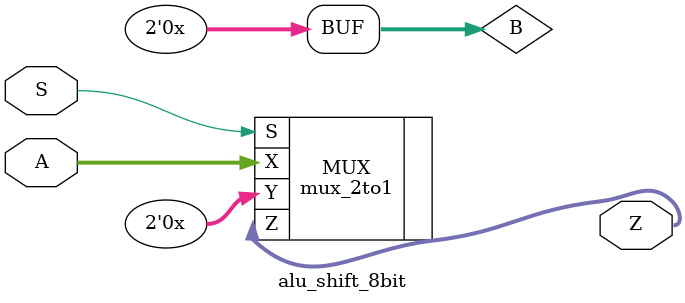
<source format=v>
`timescale 1ns / 1ps
`default_nettype none
module alu_shift_8bit(A, S, Z);

    parameter N = 2;

	//port definitions

	input wire [(N-1):0] A;
	input wire S;
    output wire [(N-1):0] Z;
    wire [(N-1):0] B;

    assign B[N-9:0] = A[N-1:8];
    assign B[N-1:N-8] = 8'b0;
    
	mux_2to1 #(.N(N)) MUX (.X(A), .Y(B), .S(S), .Z(Z));
endmodule
`default_nettype wire


</source>
